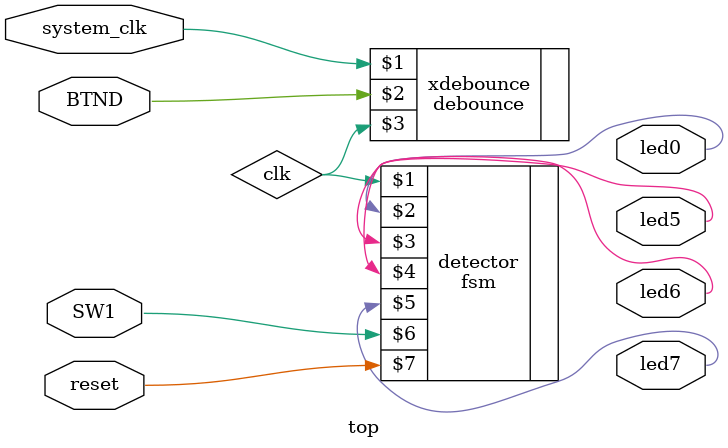
<source format=v>
module top (reset,BTND,SW1,system_clk,led0,led5,led6,led7);
input BTND,system_clk,SW1,reset;
output led0,led5,led6,led7;
wire clk;
debounce xdebounce(system_clk,BTND,clk);
fsm detector(clk,led0,led5,led6,led7,SW1,reset);
endmodule
</source>
